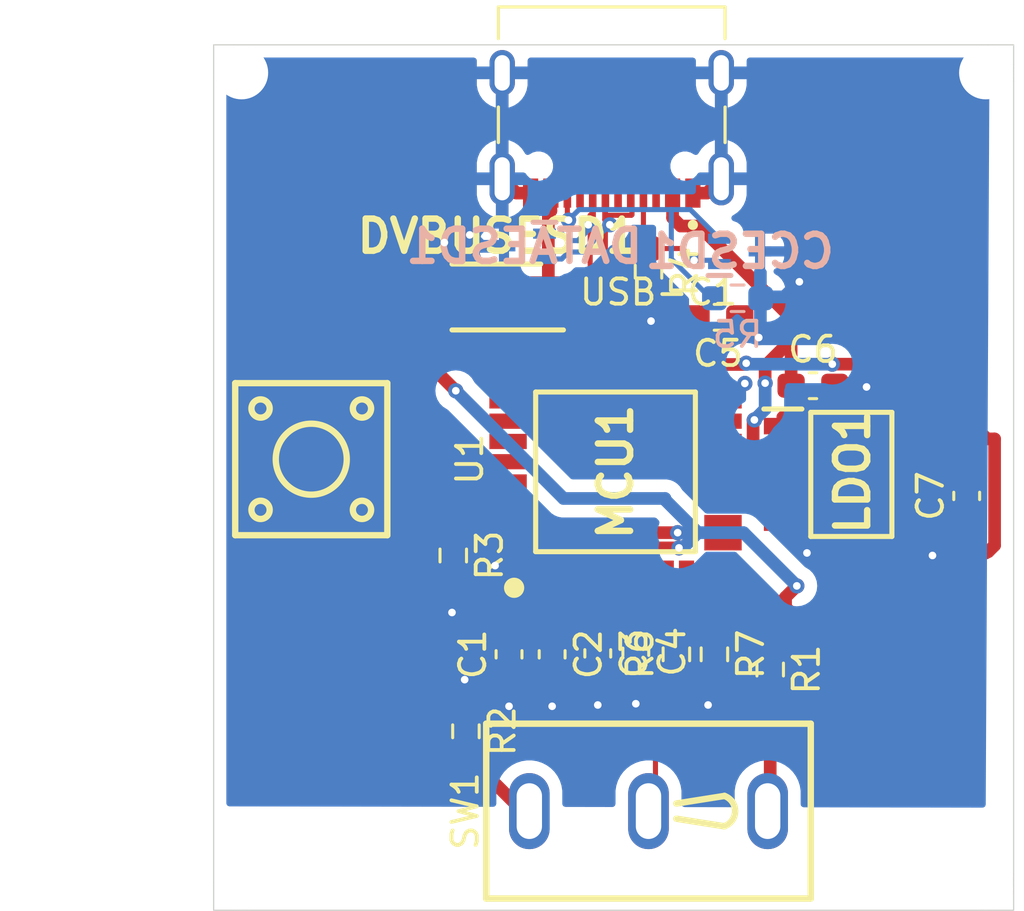
<source format=kicad_pcb>
(kicad_pcb (version 20241229) (generator "pcbnew") (generator_version "9.0")
  (layers (0 "F.Cu" signal) (2 "B.Cu" signal) (13 "F.Paste" user) (15 "B.Paste" user) (5 "F.SilkS" user "F.Silkscreen") (7 "B.SilkS" user "B.Silkscreen") (1 "F.Mask" user) (3 "B.Mask" user) (25 "Edge.Cuts" user))
  (net 0 "")
  (net 1 "+3.3V")
  (net 2 "GND")
  (net 3 "Net-(MCU1-NRST)")
  (net 4 "/CC2")
  (net 5 "/CC1")
  (net 6 "/D-")
  (net 7 "/D+")
  (net 8 "/VBUS")
  (net 11 "/input_pin")
  (net 34 "Net-(R1-Pad2)")
  (net 35 "Net-(R2-Pad2)")
  (net 38 "Net-(MCU1-PB8-BOOT0)")
  (footprint "REQUIRED:R_0603_1608Metric_Pad0.98x0.95mm_HandSolder" (layer "F.Cu") (at 134.4 82.8 -90)
    (property "Reference" "R3" (at 0 -1.43 270) (layer "F.SilkS"))
    (property "Value" "10kOhm 0.1W")
    (fp_line (start -0.254724 0.5225) (end 0.254724 0.5225) (stroke (width 0.12)) (layer "F.SilkS"))
    (fp_line (start -0.254724 -0.5225) (end 0.254724 -0.5225) (stroke (width 0.12)) (layer "F.SilkS"))
    (pad "1" smd roundrect (at -0.9125 0 270) (size 0.975 0.95) (layers "F.Cu" "F.Mask" "F.Paste") (net 38 "Net-(MCU1-PB8-BOOT0)"))
    (pad "2" smd roundrect (at 0.9125 0 270) (size 0.975 0.95) (layers "F.Cu" "F.Mask" "F.Paste") (net 2 "GND"))
  )
  (footprint "REQUIRED:C_0603_1608Metric_Pad1.08x0.95mm_HandSolder" (layer "F.Cu") (at 136.6 86.7 90)
    (property "Reference" "C1" (at 0 -1.43 90) (layer "F.SilkS"))
    (property "Value" "100nF 10V")
    (fp_line (start -0.146267 -0.51) (end 0.146267 -0.51) (stroke (width 0.12)) (layer "F.SilkS"))
    (fp_line (start -0.146267 0.51) (end 0.146267 0.51) (stroke (width 0.12)) (layer "F.SilkS"))
    (pad "1" smd roundrect (at -0.8625 0 90) (size 1.075 0.95) (layers "F.Cu" "F.Mask" "F.Paste") (net 2 "GND"))
    (pad "2" smd roundrect (at 0.8625 0 90) (size 1.075 0.95) (layers "F.Cu" "F.Mask" "F.Paste") (net 1 "+3.3V"))
  )
  (footprint "REQUIRED:C_0603_1608Metric_Pad1.08x0.95mm_HandSolder" (layer "F.Cu") (at 140.1 86.6625 -90)
    (property "Reference" "C3" (at 0 -1.43 270) (layer "F.SilkS"))
    (property "Value" "100nF 10V")
    (fp_line (start -0.146267 0.51) (end 0.146267 0.51) (stroke (width 0.12)) (layer "F.SilkS"))
    (fp_line (start -0.146267 -0.51) (end 0.146267 -0.51) (stroke (width 0.12)) (layer "F.SilkS"))
    (pad "1" smd roundrect (at -0.8625 0 270) (size 1.075 0.95) (layers "F.Cu" "F.Mask" "F.Paste") (net 1 "+3.3V"))
    (pad "2" smd roundrect (at 0.8625 0 270) (size 1.075 0.95) (layers "F.Cu" "F.Mask" "F.Paste") (net 2 "GND"))
  )
  (footprint "REQUIRED:C_0603_1608Metric_Pad1.08x0.95mm_HandSolder" (layer "F.Cu") (at 138.3 86.7 -90)
    (property "Reference" "C2" (at 0 -1.43 270) (layer "F.SilkS"))
    (property "Value" "100nF 10V")
    (fp_line (start -0.146267 0.51) (end 0.146267 0.51) (stroke (width 0.12)) (layer "F.SilkS"))
    (fp_line (start -0.146267 -0.51) (end 0.146267 -0.51) (stroke (width 0.12)) (layer "F.SilkS"))
    (pad "1" smd roundrect (at -0.8625 0 270) (size 1.075 0.95) (layers "F.Cu" "F.Mask" "F.Paste") (net 3 "Net-(MCU1-NRST)"))
    (pad "2" smd roundrect (at 0.8625 0 270) (size 1.075 0.95) (layers "F.Cu" "F.Mask" "F.Paste") (net 2 "GND"))
  )
  (footprint "REQUIRED:SODFL4626X140N" (layer "F.Cu") (at 136.1 72.6 180)
    (property "Reference" "DVBUSESD1" (at -0.05 2.4 0) (layer "F.SilkS") (effects (font (size 1.27 1.27) (thickness 0.254))))
    (property "Value" "SMA6L5.0A_TR13" (hide yes))
    (fp_line (start -1.75 1.3) (end 1.75 1.3) (stroke (width 0.2)) (layer "F.SilkS"))
    (fp_line (start -2.645 -1.3) (end 1.75 -1.3) (stroke (width 0.2)) (layer "F.SilkS"))
    (pad "1" smd rect (at -1.9 0 180) (size 1.49 1.63) (layers "F.Cu" "F.Mask" "F.Paste") (net 8 "/VBUS"))
    (pad "2" smd rect (at 1.9 0 180) (size 1.49 1.63) (layers "F.Cu" "F.Mask" "F.Paste") (net 2 "GND"))
  )
  (footprint "REQUIRED:R_0603_1608Metric_Pad0.98x0.95mm_HandSolder" (layer "F.Cu") (at 134.9 89.7375 -90)
    (property "Reference" "R2" (at 0 -1.43 270) (layer "F.SilkS"))
    (property "Value" "330Ohm 0.1W")
    (fp_line (start -0.254724 0.5225) (end 0.254724 0.5225) (stroke (width 0.12)) (layer "F.SilkS"))
    (fp_line (start -0.254724 -0.5225) (end 0.254724 -0.5225) (stroke (width 0.12)) (layer "F.SilkS"))
    (pad "1" smd roundrect (at -0.9125 0 270) (size 0.975 0.95) (layers "F.Cu" "F.Mask" "F.Paste") (net 2 "GND"))
    (pad "2" smd roundrect (at 0.9125 0 270) (size 0.975 0.95) (layers "F.Cu" "F.Mask" "F.Paste") (net 35 "Net-(R2-Pad2)"))
  )
  (footprint "REQUIRED:R_0603_1608Metric_Pad0.98x0.95mm_HandSolder" (layer "F.Cu") (at 144.7 86.7 -90)
    (property "Reference" "R7" (at 0 -1.43 270) (layer "F.SilkS"))
    (property "Value" "10kOhm")
    (fp_line (start -0.254724 0.5225) (end 0.254724 0.5225) (stroke (width 0.12)) (layer "F.SilkS"))
    (fp_line (start -0.254724 -0.5225) (end 0.254724 -0.5225) (stroke (width 0.12)) (layer "F.SilkS"))
    (pad "1" smd roundrect (at -0.9125 0 270) (size 0.975 0.95) (layers "F.Cu" "F.Mask" "F.Paste") (net 11 "/input_pin"))
    (pad "2" smd roundrect (at 0.9125 0 270) (size 0.975 0.95) (layers "F.Cu" "F.Mask" "F.Paste") (net 2 "GND"))
  )
  (footprint "REQUIRED:" (layer "F.Cu") (at 126.05 63.75)
    (property "Reference" "" (at 0 0 0) (layer "F.SilkS") (effects (font (size 1.27 1.27))))
    (property "Value" "")
    (pad "" np_thru_hole circle (at 0 0) (size 2.1 2.1) (drill 2.1) (layers "*.Cu" "*.Mask"))
  )
  (footprint "REQUIRED:C_0603_1608Metric_Pad1.08x0.95mm_HandSolder" (layer "F.Cu") (at 144.8375 73.4 180)
    (property "Reference" "C5" (at 0 -1.43 180) (layer "F.SilkS"))
    (property "Value" "100nF 10V")
    (fp_line (start -0.146267 0.51) (end 0.146267 0.51) (stroke (width 0.12)) (layer "F.SilkS"))
    (fp_line (start -0.146267 -0.51) (end 0.146267 -0.51) (stroke (width 0.12)) (layer "F.SilkS"))
    (pad "1" smd roundrect (at -0.8625 0 180) (size 1.075 0.95) (layers "F.Cu" "F.Mask" "F.Paste") (net 2 "GND"))
    (pad "2" smd roundrect (at 0.8625 0 180) (size 1.075 0.95) (layers "F.Cu" "F.Mask" "F.Paste") (net 1 "+3.3V"))
  )
  (footprint "REQUIRED:R_0603_1608Metric_Pad0.98x0.95mm_HandSolder" (layer "F.Cu") (at 143.2 86.7 90)
    (property "Reference" "R6" (at 0 -1.43 90) (layer "F.SilkS"))
    (property "Value" "10kOhm")
    (fp_line (start -0.254724 -0.5225) (end 0.254724 -0.5225) (stroke (width 0.12)) (layer "F.SilkS"))
    (fp_line (start -0.254724 0.5225) (end 0.254724 0.5225) (stroke (width 0.12)) (layer "F.SilkS"))
    (pad "1" smd roundrect (at -0.9125 0 90) (size 0.975 0.95) (layers "F.Cu" "F.Mask" "F.Paste") (net 1 "+3.3V"))
    (pad "2" smd roundrect (at 0.9125 0 90) (size 0.975 0.95) (layers "F.Cu" "F.Mask" "F.Paste") (net 11 "/input_pin"))
  )
  (footprint "REQUIRED:SOIC127P600X175-8N" (layer "F.Cu") (at 150.1 79.6)
    (property "Reference" "LDO1" (at 0.05 -0.1 90) (layer "F.SilkS") (effects (font (size 1.27 1.27) (thickness 0.254))))
    (property "Value" "MCP1726-3302E_SN" (hide yes))
    (fp_line (start -3.45 -2.58) (end -1.95 -2.58) (stroke (width 0.2)) (layer "F.SilkS"))
    (fp_line (start -1.6 -2.45) (end 1.6 -2.45) (stroke (width 0.2)) (layer "F.SilkS"))
    (fp_line (start -1.6 2.45) (end -1.6 -2.45) (stroke (width 0.2)) (layer "F.SilkS"))
    (fp_line (start 1.6 -2.45) (end 1.6 2.45) (stroke (width 0.2)) (layer "F.SilkS"))
    (fp_line (start 1.6 2.45) (end -1.6 2.45) (stroke (width 0.2)) (layer "F.SilkS"))
    (pad "1" smd rect (at -2.7 -1.905 90) (size 0.65 1.5) (layers "F.Cu" "F.Mask" "F.Paste") (net 8 "/VBUS"))
    (pad "2" smd rect (at -2.7 -0.635 90) (size 0.65 1.5) (layers "F.Cu" "F.Mask" "F.Paste") (net 8 "/VBUS"))
    (pad "3" smd rect (at -2.7 0.635 90) (size 0.65 1.5) (layers "F.Cu" "F.Mask" "F.Paste") (net 8 "/VBUS"))
    (pad "4" smd rect (at -2.7 1.905 90) (size 0.65 1.5) (layers "F.Cu" "F.Mask" "F.Paste") (net 2 "GND"))
    (pad "5" smd rect (at 2.7 1.905 90) (size 0.65 1.5) (layers "F.Cu" "F.Mask" "F.Paste"))
    (pad "6" smd rect (at 2.7 0.635 90) (size 0.65 1.5) (layers "F.Cu" "F.Mask" "F.Paste"))
    (pad "7" smd rect (at 2.7 -0.635 90) (size 0.65 1.5) (layers "F.Cu" "F.Mask" "F.Paste") (net 1 "+3.3V"))
    (pad "8" smd rect (at 2.7 -1.905 90) (size 0.65 1.5) (layers "F.Cu" "F.Mask" "F.Paste") (net 1 "+3.3V"))
  )
  (footprint "REQUIRED:C_0603_1608Metric_Pad1.08x0.95mm_HandSolder" (layer "F.Cu") (at 141.6 86.6 -90)
    (property "Reference" "C4" (at 0 -1.43 270) (layer "F.SilkS"))
    (property "Value" "1uF 10V")
    (fp_line (start -0.146267 0.51) (end 0.146267 0.51) (stroke (width 0.12)) (layer "F.SilkS"))
    (fp_line (start -0.146267 -0.51) (end 0.146267 -0.51) (stroke (width 0.12)) (layer "F.SilkS"))
    (pad "1" smd roundrect (at -0.8625 0 270) (size 1.075 0.95) (layers "F.Cu" "F.Mask" "F.Paste") (net 1 "+3.3V"))
    (pad "2" smd roundrect (at 0.8625 0 270) (size 1.075 0.95) (layers "F.Cu" "F.Mask" "F.Paste") (net 2 "GND"))
  )
  (footprint "REQUIRED:" (layer "F.Cu") (at 155.4 63.75)
    (property "Reference" "" (at 0 0 0) (layer "F.SilkS") (effects (font (size 1.27 1.27))))
    (property "Value" "")
    (pad "" np_thru_hole circle (at 0 0) (size 2.1 2.1) (drill 2.1) (layers "*.Cu" "*.Mask"))
  )
  (footprint "REQUIRED:" (layer "F.Cu") (at 126.05 95.7)
    (property "Reference" "" (at 0 0 0) (layer "F.SilkS") (effects (font (size 1.27 1.27))))
    (property "Value" "")
    (pad "" np_thru_hole circle (at 0 0) (size 2.1 2.1) (drill 2.1) (layers "*.Cu" "*.Mask"))
  )
  (footprint "REQUIRED:QFP80P900X900X160-32N" (layer "F.Cu") (at 140.8 79.5 90)
    (property "Reference" "MCU1" (at 0 0 90) (layer "F.SilkS") (effects (font (size 1.27 1.27) (thickness 0.254))))
    (property "Value" "STM32F042K6T6" (hide yes))
    (fp_line (start 3.15 -3.15) (end 3.15 3.15) (stroke (width 0.2)) (layer "F.SilkS"))
    (fp_line (start -3.15 -3.15) (end 3.15 -3.15) (stroke (width 0.2)) (layer "F.SilkS"))
    (fp_line (start 3.15 3.15) (end -3.15 3.15) (stroke (width 0.2)) (layer "F.SilkS"))
    (fp_line (start -3.15 3.15) (end -3.15 -3.15) (stroke (width 0.2)) (layer "F.SilkS"))
    (fp_circle (center -4.575 -4) (end -4.575 -3.8) (stroke (width 0.4)) (fill no) (layer "F.SilkS"))
    (pad "1" smd rect (at -4.238 -2.8 180) (size 0.6 1.475) (layers "F.Cu" "F.Mask" "F.Paste") (net 1 "+3.3V"))
    (pad "2" smd rect (at -4.238 -2 180) (size 0.6 1.475) (layers "F.Cu" "F.Mask" "F.Paste"))
    (pad "3" smd rect (at -4.238 -1.2 180) (size 0.6 1.475) (layers "F.Cu" "F.Mask" "F.Paste"))
    (pad "4" smd rect (at -4.238 -0.4 180) (size 0.6 1.475) (layers "F.Cu" "F.Mask" "F.Paste") (net 3 "Net-(MCU1-NRST)"))
    (pad "5" smd rect (at -4.238 0.4 180) (size 0.6 1.475) (layers "F.Cu" "F.Mask" "F.Paste") (net 1 "+3.3V"))
    (pad "6" smd rect (at -4.238 1.2 180) (size 0.6 1.475) (layers "F.Cu" "F.Mask" "F.Paste") (net 11 "/input_pin"))
    (pad "7" smd rect (at -4.238 2 180) (size 0.6 1.475) (layers "F.Cu" "F.Mask" "F.Paste"))
    (pad "8" smd rect (at -4.238 2.8 180) (size 0.6 1.475) (layers "F.Cu" "F.Mask" "F.Paste"))
    (pad "9" smd rect (at -2.8 4.238 90) (size 0.6 1.475) (layers "F.Cu" "F.Mask" "F.Paste"))
    (pad "10" smd rect (at -2 4.238 90) (size 0.6 1.475) (layers "F.Cu" "F.Mask" "F.Paste"))
    (pad "11" smd rect (at -1.2 4.238 90) (size 0.6 1.475) (layers "F.Cu" "F.Mask" "F.Paste"))
    (pad "12" smd rect (at -0.4 4.238 90) (size 0.6 1.475) (layers "F.Cu" "F.Mask" "F.Paste"))
    (pad "13" smd rect (at 0.4 4.238 90) (size 0.6 1.475) (layers "F.Cu" "F.Mask" "F.Paste"))
    (pad "14" smd rect (at 1.2 4.238 90) (size 0.6 1.475) (layers "F.Cu" "F.Mask" "F.Paste"))
    (pad "15" smd rect (at 2 4.238 90) (size 0.6 1.475) (layers "F.Cu" "F.Mask" "F.Paste"))
    (pad "16" smd rect (at 2.8 4.238 90) (size 0.6 1.475) (layers "F.Cu" "F.Mask" "F.Paste") (net 2 "GND"))
    (pad "17" smd rect (at 4.238 2.8 180) (size 0.6 1.475) (layers "F.Cu" "F.Mask" "F.Paste") (net 1 "+3.3V"))
    (pad "18" smd rect (at 4.238 2 180) (size 0.6 1.475) (layers "F.Cu" "F.Mask" "F.Paste"))
    (pad "19" smd rect (at 4.238 1.2 180) (size 0.6 1.475) (layers "F.Cu" "F.Mask" "F.Paste"))
    (pad "20" smd rect (at 4.238 0.4 180) (size 0.6 1.475) (layers "F.Cu" "F.Mask" "F.Paste"))
    (pad "21" smd rect (at 4.238 -0.4 180) (size 0.6 1.475) (layers "F.Cu" "F.Mask" "F.Paste") (net 6 "/D-"))
    (pad "22" smd rect (at 4.238 -1.2 180) (size 0.6 1.475) (layers "F.Cu" "F.Mask" "F.Paste") (net 7 "/D+"))
    (pad "23" smd rect (at 4.238 -2 180) (size 0.6 1.475) (layers "F.Cu" "F.Mask" "F.Paste"))
    (pad "24" smd rect (at 4.238 -2.8 180) (size 0.6 1.475) (layers "F.Cu" "F.Mask" "F.Paste"))
    (pad "25" smd rect (at 2.8 -4.238 90) (size 0.6 1.475) (layers "F.Cu" "F.Mask" "F.Paste"))
    (pad "26" smd rect (at 2 -4.238 90) (size 0.6 1.475) (layers "F.Cu" "F.Mask" "F.Paste"))
    (pad "27" smd rect (at 1.2 -4.238 90) (size 0.6 1.475) (layers "F.Cu" "F.Mask" "F.Paste"))
    (pad "28" smd rect (at 0.4 -4.238 90) (size 0.6 1.475) (layers "F.Cu" "F.Mask" "F.Paste"))
    (pad "29" smd rect (at -0.4 -4.238 90) (size 0.6 1.475) (layers "F.Cu" "F.Mask" "F.Paste"))
    (pad "30" smd rect (at -1.2 -4.238 90) (size 0.6 1.475) (layers "F.Cu" "F.Mask" "F.Paste"))
    (pad "31" smd rect (at -2 -4.238 90) (size 0.6 1.475) (layers "F.Cu" "F.Mask" "F.Paste") (net 38 "Net-(MCU1-PB8-BOOT0)"))
    (pad "32" smd rect (at -2.8 -4.238 90) (size 0.6 1.475) (layers "F.Cu" "F.Mask" "F.Paste") (net 2 "GND"))
  )
  (footprint "REQUIRED:SHOUHAN_TYPE-C_16PIN_2MD__073_" (layer "F.Cu") (at 140.65 64.83 180)
    (property "Reference" "USB-C1" (at -1.85 -7.58 180) (layer "F.SilkS"))
    (property "Value" "TYPE-C_16PIN_2MD__073_")
    (fp_line (start 4.47 3.675) (end 4.47 2.425) (stroke (width 0.127)) (layer "F.SilkS"))
    (fp_line (start 4.47 -1.675) (end 4.47 -0.275) (stroke (width 0.127)) (layer "F.SilkS"))
    (fp_line (start -4.47 3.675) (end 4.47 3.675) (stroke (width 0.127)) (layer "F.SilkS"))
    (fp_line (start -4.47 3.675) (end -4.47 2.425) (stroke (width 0.127)) (layer "F.SilkS"))
    (fp_line (start -4.47 -1.675) (end -4.47 -0.275) (stroke (width 0.127)) (layer "F.SilkS"))
    (fp_circle (center -3.2 -4.925) (end -3.1 -4.925) (stroke (width 0.2)) (fill no) (layer "F.SilkS"))
    (pad "" np_thru_hole circle (at -2.89 -2.605 180) (size 0.65 0.65) (drill 0.65) (layers "*.Cu" "*.Mask"))
    (pad "" np_thru_hole circle (at 2.89 -2.605 180) (size 0.65 0.65) (drill 0.65) (layers "*.Cu" "*.Mask"))
    (pad "A1_B12" smd rect (at -3.2 -3.67 180) (size 0.6 1.15) (layers "F.Cu" "F.Paste") (net 2 "GND"))
    (pad "A4_B9" smd rect (at -2.4 -3.67 180) (size 0.6 1.15) (layers "F.Cu" "F.Paste") (net 8 "/VBUS"))
    (pad "A5" smd rect (at -1.25 -3.67 180) (size 0.3 1.15) (layers "F.Cu" "F.Paste") (net 5 "/CC1"))
    (pad "A6" smd rect (at -0.25 -3.67 180) (size 0.3 1.15) (layers "F.Cu" "F.Paste") (net 7 "/D+"))
    (pad "A7" smd rect (at 0.25 -3.67 180) (size 0.3 1.15) (layers "F.Cu" "F.Paste") (net 6 "/D-"))
    (pad "A8" smd rect (at 1.25 -3.67 180) (size 0.3 1.15) (layers "F.Cu" "F.Paste"))
    (pad "B1_A12" smd rect (at 3.2 -3.67 180) (size 0.6 1.15) (layers "F.Cu" "F.Paste") (net 2 "GND"))
    (pad "B4_A9" smd rect (at 2.4 -3.67 180) (size 0.6 1.15) (layers "F.Cu" "F.Paste") (net 8 "/VBUS"))
    (pad "B5" smd rect (at 1.75 -3.67 180) (size 0.3 1.15) (layers "F.Cu" "F.Paste") (net 4 "/CC2"))
    (pad "B6" smd rect (at 0.75 -3.67 180) (size 0.3 1.15) (layers "F.Cu" "F.Paste") (net 7 "/D+"))
    (pad "B7" smd rect (at -0.75 -3.67 180) (size 0.3 1.15) (layers "F.Cu" "F.Paste") (net 6 "/D-"))
    (pad "B8" smd rect (at -1.75 -3.67 180) (size 0.3 1.15) (layers "F.Cu" "F.Paste"))
    (pad "SH1" thru_hole oval (at -4.32 1.075 180) (size 1 1.8) (drill oval 0.6 1.4) (layers "*.Cu" "*.Mask") (net 2 "GND"))
    (pad "SH2" thru_hole oval (at 4.32 1.075 180) (size 1 1.8) (drill oval 0.6 1.4) (layers "*.Cu" "*.Mask") (net 2 "GND"))
    (pad "SH3" thru_hole oval (at -4.32 -3.105 180) (size 1 2.1) (drill oval 0.6 1.7) (layers "*.Cu" "*.Mask") (net 2 "GND"))
    (pad "SH4" thru_hole oval (at 4.32 -3.105 180) (size 1 2.1) (drill oval 0.6 1.7) (layers "*.Cu" "*.Mask") (net 2 "GND"))
  )
  (footprint "REQUIRED:R_0603_1608Metric_Pad0.98x0.95mm_HandSolder" (layer "F.Cu") (at 142.1 71.6 -90)
    (property "Reference" "R4" (at 0 -1.43 270) (layer "F.SilkS"))
    (property "Value" "5.1kOhm 0.1W")
    (fp_line (start -0.254724 0.5225) (end 0.254724 0.5225) (stroke (width 0.12)) (layer "F.SilkS"))
    (fp_line (start -0.254724 -0.5225) (end 0.254724 -0.5225) (stroke (width 0.12)) (layer "F.SilkS"))
    (pad "1" smd roundrect (at -0.9125 0 270) (size 0.975 0.95) (layers "F.Cu" "F.Mask" "F.Paste") (net 5 "/CC1"))
    (pad "2" smd roundrect (at 0.9125 0 270) (size 0.975 0.95) (layers "F.Cu" "F.Mask" "F.Paste") (net 2 "GND"))
  )
  (footprint "REQUIRED:SW-SMD_4P-L6.2-W6.0-P4.50-LS9.0" (layer "F.Cu") (at 128.8 79 -90)
    (property "Reference" "U1" (at 0 -6.25 90) (layer "F.SilkS"))
    (property "Value" "TS6643TP 250GF 009")
    (fp_line (start -3 3) (end -3 -3) (stroke (width 0.25)) (layer "F.SilkS"))
    (fp_line (start 3 3) (end -3 3) (stroke (width 0.25)) (layer "F.SilkS"))
    (fp_line (start -3 -3) (end 3 -3) (stroke (width 0.25)) (layer "F.SilkS"))
    (fp_line (start 3 -3) (end 3 3) (stroke (width 0.25)) (layer "F.SilkS"))
    (fp_circle (center -2 2) (end -1.64 2) (stroke (width 0.25)) (fill no) (layer "F.SilkS"))
    (fp_circle (center 2 2) (end 2.36 2) (stroke (width 0.25)) (fill no) (layer "F.SilkS"))
    (fp_circle (center 0 0) (end 1.4 0) (stroke (width 0.25)) (fill no) (layer "F.SilkS"))
    (fp_circle (center -2 -2) (end -1.64 -2) (stroke (width 0.25)) (fill no) (layer "F.SilkS"))
    (fp_circle (center 2 -2) (end 2.36 -2) (stroke (width 0.25)) (fill no) (layer "F.SilkS"))
    (pad "1" smd rect (at -4.25 -2.25 270) (size 1.5 1) (layers "F.Cu" "F.Mask" "F.Paste") (net 1 "+3.3V"))
    (pad "2" smd rect (at 4.25 -2.25 270) (size 1.5 1) (layers "F.Cu" "F.Mask" "F.Paste") (net 1 "+3.3V"))
    (pad "3" smd rect (at -4.25 2.25 270) (size 1.5 1) (layers "F.Cu" "F.Mask" "F.Paste") (net 38 "Net-(MCU1-PB8-BOOT0)"))
    (pad "4" smd rect (at 4.25 2.25 270) (size 1.5 1) (layers "F.Cu" "F.Mask" "F.Paste") (net 38 "Net-(MCU1-PB8-BOOT0)"))
  )
  (footprint "REQUIRED:C_0603_1608Metric_Pad1.08x0.95mm_HandSolder" (layer "F.Cu") (at 154.65 80.45 90)
    (property "Reference" "C7" (at 0 -1.43 90) (layer "F.SilkS"))
    (property "Value" "1uF 10V")
    (fp_line (start -0.146267 -0.51) (end 0.146267 -0.51) (stroke (width 0.12)) (layer "F.SilkS"))
    (fp_line (start -0.146267 0.51) (end 0.146267 0.51) (stroke (width 0.12)) (layer "F.SilkS"))
    (pad "1" smd roundrect (at -0.8625 0 90) (size 1.075 0.95) (layers "F.Cu" "F.Mask" "F.Paste") (net 2 "GND"))
    (pad "2" smd roundrect (at 0.8625 0 90) (size 1.075 0.95) (layers "F.Cu" "F.Mask" "F.Paste") (net 1 "+3.3V"))
  )
  (footprint "REQUIRED:" (layer "F.Cu") (at 155.4 95.7)
    (property "Reference" "" (at 0 0 0) (layer "F.SilkS") (effects (font (size 1.27 1.27))))
    (property "Value" "")
    (pad "" np_thru_hole circle (at 0 0) (size 2.1 2.1) (drill 2.1) (layers "*.Cu" "*.Mask"))
  )
  (footprint "REQUIRED:R_0603_1608Metric_Pad0.98x0.95mm_HandSolder" (layer "F.Cu") (at 146.9 87.3 -90)
    (property "Reference" "R1" (at 0 -1.43 270) (layer "F.SilkS"))
    (property "Value" "330Ohm 0.1W")
    (fp_line (start -0.254724 0.5225) (end 0.254724 0.5225) (stroke (width 0.12)) (layer "F.SilkS"))
    (fp_line (start -0.254724 -0.5225) (end 0.254724 -0.5225) (stroke (width 0.12)) (layer "F.SilkS"))
    (pad "1" smd roundrect (at -0.9125 0 270) (size 0.975 0.95) (layers "F.Cu" "F.Mask" "F.Paste") (net 1 "+3.3V"))
    (pad "2" smd roundrect (at 0.9125 0 270) (size 0.975 0.95) (layers "F.Cu" "F.Mask" "F.Paste") (net 34 "Net-(R1-Pad2)"))
  )
  (footprint "REQUIRED:C_0603_1608Metric_Pad1.08x0.95mm_HandSolder" (layer "F.Cu") (at 148.5875 76.1)
    (property "Reference" "C6" (at 0 -1.43 0) (layer "F.SilkS"))
    (property "Value" "4.7uF 16V")
    (fp_line (start -0.146267 -0.51) (end 0.146267 -0.51) (stroke (width 0.12)) (layer "F.SilkS"))
    (fp_line (start -0.146267 0.51) (end 0.146267 0.51) (stroke (width 0.12)) (layer "F.SilkS"))
    (pad "1" smd roundrect (at -0.8625 0) (size 1.075 0.95) (layers "F.Cu" "F.Mask" "F.Paste") (net 8 "/VBUS"))
    (pad "2" smd roundrect (at 0.8625 0) (size 1.075 0.95) (layers "F.Cu" "F.Mask" "F.Paste") (net 2 "GND"))
  )
  (footprint "REQUIRED:SW-TH_1MS1T1B1M1QES-5" (layer "F.Cu") (at 142.1 92.8875 90)
    (property "Reference" "SW1" (at 0 -7.227 90) (layer "F.SilkS"))
    (property "Value" "~" (hide yes))
    (fp_line (start 3.45 -6.4) (end 3.45 6.4) (stroke (width 0.254)) (layer "F.SilkS"))
    (fp_line (start -3.45 -6.4) (end 3.45 -6.4) (stroke (width 0.254)) (layer "F.SilkS"))
    (fp_line (start -3.45 -6.4) (end -3.45 6.4) (stroke (width 0.254)) (layer "F.SilkS"))
    (fp_line (start 0.3 1.1) (end 0.6 3) (stroke (width 0.254)) (layer "F.SilkS"))
    (fp_line (start -0.3 1.1) (end -0.6 3) (stroke (width 0.254)) (layer "F.SilkS"))
    (fp_line (start -3.45 6.4) (end 3.45 6.4) (stroke (width 0.254)) (layer "F.SilkS"))
    (fp_arc (start 0.598 2.9965) (mid -0.004799 3.416381) (end -0.598 2.9835) (stroke (width 0.254)) (layer "F.SilkS"))
    (pad "1" thru_hole oval (at 0 4.7 180) (size 1.6 3) (drill oval 1 2.2) (layers "*.Cu" "*.Mask") (net 34 "Net-(R1-Pad2)"))
    (pad "2" thru_hole oval (at 0 0 180) (size 1.6 3) (drill oval 1 2.2) (layers "*.Cu" "*.Mask") (net 11 "/input_pin"))
    (pad "3" thru_hole oval (at 0 -4.7 180) (size 1.6 3) (drill oval 1 2.2) (layers "*.Cu" "*.Mask") (net 35 "Net-(R2-Pad2)"))
  )
  (footprint "REQUIRED:SOT50P160X90-3N" (layer "B.Cu") (at 137.2 70.6 180)
    (property "Reference" "DATAESD1" (at 0 0 0) (layer "B.SilkS") (effects (font (size 1.27 1.27) (thickness 0.254)) (justify mirror)))
    (property "Value" "RCLAMP0502BATCT" (hide yes))
    (fp_line (start -0.35 0.95) (end -1.25 0.95) (stroke (width 0.2)) (layer "B.SilkS"))
    (pad "1" smd rect (at -0.8 0.5 90) (size 0.4 0.9) (layers "B.Cu" "B.Mask" "B.Paste") (net 7 "/D+"))
    (pad "2" smd rect (at -0.8 -0.5 90) (size 0.4 0.9) (layers "B.Cu" "B.Mask" "B.Paste") (net 6 "/D-"))
    (pad "3" smd rect (at 0.8 0 90) (size 0.4 0.9) (layers "B.Cu" "B.Mask" "B.Paste") (net 2 "GND"))
  )
  (footprint "REQUIRED:SOT50P160X90-3N" (layer "B.Cu") (at 145.7 70.8)
    (property "Reference" "CCESD1" (at 0 0 0) (layer "B.SilkS") (effects (font (size 1.27 1.27) (thickness 0.254)) (justify mirror)))
    (property "Value" "RCLAMP0502BATCT" (hide yes))
    (fp_line (start -0.35 0.95) (end -1.25 0.95) (stroke (width 0.2)) (layer "B.SilkS"))
    (pad "1" smd rect (at -0.8 0.5 270) (size 0.4 0.9) (layers "B.Cu" "B.Mask" "B.Paste") (net 5 "/CC1"))
    (pad "2" smd rect (at -0.8 -0.5 270) (size 0.4 0.9) (layers "B.Cu" "B.Mask" "B.Paste") (net 4 "/CC2"))
    (pad "3" smd rect (at 0.8 0 270) (size 0.4 0.9) (layers "B.Cu" "B.Mask" "B.Paste") (net 2 "GND"))
  )
  (footprint "REQUIRED:R_0603_1608Metric_Pad0.98x0.95mm_HandSolder" (layer "B.Cu") (at 145.6125 72.65)
    (property "Reference" "R5" (at 0 1.43 180) (layer "B.SilkS") (effects (justify mirror)))
    (property "Value" "5.1kOhm 0.1W")
    (fp_line (start -0.254724 -0.5225) (end 0.254724 -0.5225) (stroke (width 0.12)) (layer "B.SilkS"))
    (fp_line (start -0.254724 0.5225) (end 0.254724 0.5225) (stroke (width 0.12)) (layer "B.SilkS"))
    (pad "1" smd roundrect (at -0.9125 0) (size 0.975 0.95) (layers "B.Cu" "B.Mask" "B.Paste") (net 4 "/CC2"))
    (pad "2" smd roundrect (at 0.9125 0) (size 0.975 0.95) (layers "B.Cu" "B.Mask" "B.Paste") (net 2 "GND"))
  )
  (gr_rect (start 124.95 62.65) (end 156.5 96.8) (stroke (width 0.05)) (fill no) (layer "Edge.Cuts"))
  (segment (start 155.75 78.2) (end 155.45 78.2) (width 0.5) (layer "F.Cu") (net 1))
  (segment (start 151.0125 86.3875) (end 152.975 84.425) (width 0.5) (layer "F.Cu") (net 1))
  (segment (start 155.45 78.2) (end 155.05 77.8) (width 0.5) (layer "F.Cu") (net 1))
  (segment (start 137.344 83.2565) (end 138.7005 81.9) (width 0.5) (layer "F.Cu") (net 1))
  (segment (start 141.2 83.738) (end 141.2 84.7) (width 0.5) (layer "F.Cu") (net 1))
  (segment (start 152.8 78.965) (end 152.975 78.965) (width 0.5) (layer "F.Cu") (net 1))
  (segment (start 155.4 82.7) (end 155.45 82.65) (width 0.5) (layer "F.Cu") (net 1))
  (segment (start 141.2 83.738) (end 141.2 85.3375) (width 0.5) (layer "F.Cu") (net 1))
  (segment (start 143.2 88.75) (end 143.9 89.45) (width 0.5) (layer "F.Cu") (net 1))
  (segment (start 137.194 84.544) (end 137.344 84.394) (width 0.5) (layer "F.Cu") (net 1))
  (segment (start 155.45 82.65) (end 155.5 82.65) (width 0.5) (layer "F.Cu") (net 1))
  (segment (start 155.5 82.65) (end 155.75 82.4) (width 0.5) (layer "F.Cu") (net 1))
  (segment (start 149.35 75.25) (end 154.85 75.25) (width 0.5) (layer "F.Cu") (net 1))
  (segment (start 145.85 85.1) (end 146.35 84.6) (width 0.5) (layer "F.Cu") (net 1))
  (segment (start 154.85 75.25) (end 155.05 75.45) (width 0.5) (layer "F.Cu") (net 1))
  (segment (start 155.05 75.45) (end 155.05 77.8) (width 0.5) (layer "F.Cu") (net 1))
  (segment (start 143.9 89.45) (end 145 89.45) (width 0.5) (layer "F.Cu") (net 1))
  (segment (start 145.953215 75.213769) (end 145.904984 75.262) (width 0.5) (layer "F.Cu") (net 1))
  (segment (start 147.2625 84.6) (end 147.50625 84.84375) (width 0.5) (layer "F.Cu") (net 1))
  (segment (start 141.2 83.738) (end 141.2 82.6005) (width 0.5) (layer "F.Cu") (net 1))
  (segment (start 137.344 84.394) (end 137.344 83.2565) (width 0.5) (layer "F.Cu") (net 1))
  (segment (start 137.194 84.544) (end 138 83.738) (width 0.5) (layer "F.Cu") (net 1))
  (segment (start 152.975 84.425) (end 154.7 82.7) (width 0.5) (layer "F.Cu") (net 1))
  (segment (start 136.6 85.8375) (end 136.6 85.138) (width 0.5) (layer "F.Cu") (net 1))
  (segment (start 155.05 78.25) (end 154.65 78.65) (width 0.5) (layer "F.Cu") (net 1))
  (segment (start 146.35 84.6) (end 147.2625 84.6) (width 0.5) (layer "F.Cu") (net 1))
  (segment (start 141.2 85.3375) (end 141.6 85.7375) (width 0.5) (layer "F.Cu") (net 1))
  (segment (start 141.2 82.6005) (end 141.300002 82.500498) (width 0.5) (layer "F.Cu") (net 1))
  (segment (start 141.2 84.7) (end 140.1 85.8) (width 0.5) (layer "F.Cu") (net 1))
  (segment (start 154.7 82.7) (end 155.4 82.7) (width 0.5) (layer "F.Cu") (net 1))
  (segment (start 147.50625 84.84375) (end 149.05 86.3875) (width 0.5) (layer "F.Cu") (net 1))
  (segment (start 131.9 83.25) (end 131.05 83.25) (width 0.5) (layer "F.Cu") (net 1))
  (segment (start 154.245 77.695) (end 154.65 78.1) (width 0.5) (layer "F.Cu") (net 1))
  (segment (start 136.6 85.138) (end 137.194 84.544) (width 0.5) (layer "F.Cu") (net 1))
  (segment (start 132.5 82.65) (end 131.9 83.25) (width 0.5) (layer "F.Cu") (net 1))
  (segment (start 154.245 77.695) (end 152.8 77.695) (width 0.5) (layer "F.Cu") (net 1))
  (segment (start 149.05 86.3875) (end 151.0125 86.3875) (width 0.5) (layer "F.Cu") (net 1))
  (segment (start 143.2 87.6125) (end 143.2 88.75) (width 0.5) (layer "F.Cu") (net 1))
  (segment (start 138.7005 81.9) (end 143.25 81.9) (width 0.5) (layer "F.Cu") (net 1))
  (segment (start 145.904984 75.262) (end 143.6 75.262) (width 0.5) (layer "F.Cu") (net 1))
  (segment (start 143.6 75.262) (end 143.6 73.775) (width 0.5) (layer "F.Cu") (net 1))
  (segment (start 145.85 88.6) (end 145.85 85.1) (width 0.5) (layer "F.Cu") (net 1))
  (segment (start 155.05 77.8) (end 155.05 78.25) (width 0.5) (layer "F.Cu") (net 1))
  (segment (start 143.6 73.775) (end 143.975 73.4) (width 0.5) (layer "F.Cu") (net 1))
  (segment (start 152.975 78.965) (end 154.245 77.695) (width 0.5) (layer "F.Cu") (net 1))
  (segment (start 132.5 74.7) (end 132.5 82.65) (width 0.5) (layer "F.Cu") (net 1))
  (segment (start 132.5 74.7) (end 132.9 74.7) (width 0.5) (layer "F.Cu") (net 1))
  (segment (start 154.65 78.1) (end 154.65 78.65) (width 0.5) (layer "F.Cu") (net 1))
  (segment (start 147.95 84) (end 147.50625 84.44375) (width 0.5) (layer "F.Cu") (net 1))
  (segment (start 155.75 82.4) (end 155.75 78.2) (width 0.5) (layer "F.Cu") (net 1))
  (segment (start 154.65 78.65) (end 154.65 79.5875) (width 0.5) (layer "F.Cu") (net 1))
  (segment (start 145 89.45) (end 145.85 88.6) (width 0.5) (layer "F.Cu") (net 1))
  (segment (start 131.2 74.7) (end 132.5 74.7) (width 0.5) (layer "F.Cu") (net 1))
  (segment (start 146.9 86.3875) (end 149.05 86.3875) (width 0.5) (layer "F.Cu") (net 1))
  (segment (start 132.9 74.7) (end 134.5 76.3) (width 0.5) (layer "F.Cu") (net 1))
  (segment (start 147.50625 84.44375) (end 147.50625 84.84375) (width 0.5) (layer "F.Cu") (net 1))
  (segment (start 141.300002 82.500498) (end 143.302882 82.500498) (width 0.5) (layer "F.Cu") (net 1))
  (via (at 145.953215 75.213769) (size 0.6) (drill 0.3) (layers "F.Cu" "B.Cu") (net 1))
  (via (at 143.302882 82.500498) (size 0.6) (drill 0.3) (layers "F.Cu" "B.Cu") (net 1))
  (via (at 134.5 76.3) (size 0.6) (drill 0.3) (layers "F.Cu" "B.Cu") (net 1))
  (via (at 149.35 75.25) (size 0.6) (drill 0.3) (layers "F.Cu" "B.Cu") (net 1))
  (via (at 143.25 81.9) (size 0.6) (drill 0.3) (layers "F.Cu" "B.Cu") (net 1))
  (via (at 147.95 84) (size 0.6) (drill 0.3) (layers "F.Cu" "B.Cu") (net 1))
  (segment (start 134.5 76.3) (end 138.75 80.55) (width 0.5) (layer "B.Cu") (net 1))
  (segment (start 142.75 80.6) (end 144.05 81.9) (width 0.5) (layer "B.Cu") (net 1))
  (segment (start 138.75 80.55) (end 142.75 80.55) (width 0.5) (layer "B.Cu") (net 1))
  (segment (start 145.989446 75.25) (end 149.35 75.25) (width 0.5) (layer "B.Cu") (net 1))
  (segment (start 143.302882 82.500498) (end 143.449502 82.500498) (width 0.5) (layer "B.Cu") (net 1))
  (segment (start 143.449502 82.500498) (end 144.05 81.9) (width 0.5) (layer "B.Cu") (net 1))
  (segment (start 143.25 81.9) (end 144.05 81.9) (width 0.5) (layer "B.Cu") (net 1))
  (segment (start 144.05 81.9) (end 145.85 81.9) (width 0.5) (layer "B.Cu") (net 1))
  (segment (start 145.85 81.9) (end 147.95 84) (width 0.5) (layer "B.Cu") (net 1))
  (segment (start 142.75 80.55) (end 142.75 80.6) (width 0.5) (layer "B.Cu") (net 1))
  (segment (start 145.953215 75.213769) (end 145.989446 75.25) (width 0.5) (layer "B.Cu") (net 1))
  (segment (start 144.405 68.5) (end 144.97 67.935) (width 0.5) (layer "F.Cu") (net 2))
  (segment (start 150.65 76.1) (end 150.7 76.15) (width 0.5) (layer "F.Cu") (net 2))
  (segment (start 134.4 85) (end 134.35 85.05) (width 0.5) (layer "F.Cu") (net 2))
  (segment (start 140.1 87.525) (end 140.1 88.7) (width 0.5) (layer "F.Cu") (net 2))
  (segment (start 145.9 76.012) (end 145.212 76.7) (width 0.5) (layer "F.Cu") (net 2))
  (segment (start 134.9 88.825) (end 134.9 87.75) (width 0.5) (layer "F.Cu") (net 2))
  (segment (start 154.65 81.45) (end 153.3 82.8) (width 0.5) (layer "F.Cu") (net 2))
  (segment (start 144.7 88.45) (end 144.45 88.7) (width 0.5) (layer "F.Cu") (net 2))
  (segment (start 136.562 82.3) (end 136.562 82.688) (width 0.5) (layer "F.Cu") (net 2))
  (segment (start 134.4 83.7125) (end 134.4 85) (width 0.5) (layer "F.Cu") (net 2))
  (segment (start 136.562 82.688) (end 136.05 83.2) (width 0.5) (layer "F.Cu") (net 2))
  (segment (start 144.7 87.6125) (end 144.7 88.45) (width 0.5) (layer "F.Cu") (net 2))
  (segment (start 134.2 70.6) (end 134.05 70.45) (width 0.5) (layer "F.Cu") (net 2))
  (segment (start 145.212 76.7) (end 145.038 76.7) (width 0.5) (layer "F.Cu") (net 2))
  (segment (start 147.4 81.75) (end 148.35 82.7) (width 0.5) (layer "F.Cu") (net 2))
  (segment (start 142.1 73.45) (end 142.2 73.55) (width 0.5) (layer "F.Cu") (net 2))
  (segment (start 145.7 73.45) (end 146.45 74.2) (width 0.5) (layer "F.Cu") (net 2))
  (segment (start 141.6 87.4625) (end 141.6 88.65) (width 0.5) (layer "F.Cu") (net 2))
  (segment (start 154.65 81.3125) (end 154.65 81.45) (width 0.5) (layer "F.Cu") (net 2))
  (segment (start 149.45 76.1) (end 150.65 76.1) (width 0.5) (layer "F.Cu") (net 2))
  (segment (start 134.9 87.75) (end 134.85 87.7) (width 0.5) (layer "F.Cu") (net 2))
  (segment (start 142.1 72.5125) (end 142.1 73.45) (width 0.5) (layer "F.Cu") (net 2))
  (segment (start 143.85 68.5) (end 144.405 68.5) (width 0.5) (layer "F.Cu") (net 2))
  (segment (start 147.4 81.505) (end 147.4 81.75) (width 0.5) (layer "F.Cu") (net 2))
  (segment (start 134.2 72.6) (end 134.2 70.6) (width 0.5) (layer "F.Cu") (net 2))
  (segment (start 138.3 87.5625) (end 138.3 88.75) (width 0.5) (layer "F.Cu") (net 2))
  (segment (start 145.7 73.4) (end 145.7 73.45) (width 0.5) (layer "F.Cu") (net 2))
  (segment (start 136.6 87.5625) (end 136.6 88.75) (width 0.5) (layer "F.Cu") (net 2))
  (segment (start 136.895 68.5) (end 136.33 67.935) (width 0.5) (layer "F.Cu") (net 2))
  (segment (start 137.45 68.5) (end 136.895 68.5) (width 0.5) (layer "F.Cu") (net 2))
  (via (at 148.05 72) (size 0.6) (drill 0.3) (layers "F.Cu" "B.Cu") (net 2))
  (via (at 136.6 88.75) (size 0.6) (drill 0.3) (layers "F.Cu" "B.Cu") (net 2))
  (via (at 153.3 82.8) (size 0.6) (drill 0.3) (layers "F.Cu" "B.Cu") (net 2))
  (via (at 146.45 74.2) (size 0.6) (drill 0.3) (layers "F.Cu" "B.Cu") (net 2))
  (via (at 140.1 88.7) (size 0.6) (drill 0.3) (layers "F.Cu" "B.Cu") (net 2))
  (via (at 138.3 88.75) (size 0.6) (drill 0.3) (layers "F.Cu" "B.Cu") (net 2))
  (via (at 142.2 73.55) (size 0.6) (drill 0.3) (layers "F.Cu" "B.Cu") (net 2))
  (via (at 141.6 88.65) (size 0.6) (drill 0.3) (layers "F.Cu" "B.Cu") (net 2))
  (via (at 148.35 82.7) (size 0.6) (drill 0.3) (layers "F.Cu" "B.Cu") (net 2))
  (via (at 136.05 83.2) (size 0.6) (drill 0.3) (layers "F.Cu" "B.Cu") (net 2))
  (via (at 144.45 88.7) (size 0.6) (drill 0.3) (layers "F.Cu" "B.Cu") (net 2))
  (via (at 134.05 70.45) (size 0.6) (drill 0.3) (layers "F.Cu" "B.Cu") (net 2))
  (via (at 150.7 76.15) (size 0.6) (drill 0.3) (layers "F.Cu" "B.Cu") (net 2))
  (via (at 134.35 85.05) (size 0.6) (drill 0.3) (layers "F.Cu" "B.Cu") (net 2))
  (via (at 134.85 87.7) (size 0.6) (drill 0.3) (layers "F.Cu" "B.Cu") (net 2))
  (via (at 145.9 76.012) (size 0.6) (drill 0.3) (layers "F.Cu" "B.Cu") (net 2))
  (via (at 135.05 70.15) (size 0.6) (drill 0.3) (layers "F.Cu" "B.Cu") (net 2))
  (segment (start 135.5 70.6) (end 135.05 70.15) (width 0.5) (layer "B.Cu") (net 2))
  (segment (start 136.4 70.6) (end 135.5 70.6) (width 0.5) (layer "B.Cu") (net 2))
  (segment (start 144.97 63.755) (end 144.97 67.935) (width 0.5) (layer "B.Cu") (net 2))
  (segment (start 147.45 72.6) (end 148.05 72) (width 0.5) (layer "B.Cu") (net 2))
  (segment (start 146.5125 72.6) (end 147.45 72.6) (width 0.5) (layer "B.Cu") (net 2))
  (segment (start 136.33 67.935) (end 136.33 63.755) (width 0.5) (layer "B.Cu") (net 2))
  (segment (start 139.175 84.9625) (end 138.3 85.8375) (width 0.2) (layer "F.Cu") (net 3))
  (segment (start 140.113 84.9625) (end 139.175 84.9625) (width 0.2) (layer "F.Cu") (net 3))
  (segment (start 140.4 84.6755) (end 140.113 84.9625) (width 0.2) (layer "F.Cu") (net 3))
  (segment (start 140.4 83.738) (end 140.4 84.6755) (width 0.2) (layer "F.Cu") (net 3))
  (segment (start 138.9 68.5) (end 138.9 69.518354) (width 0.2) (layer "F.Cu") (net 4))
  (segment (start 138.9 69.518354) (end 138.946675 69.565029) (width 0.2) (layer "F.Cu") (net 4))
  (via (at 138.946675 69.565029) (size 0.6) (drill 0.3) (layers "F.Cu" "B.Cu") (net 4))
  (segment (start 143 69.15) (end 143 71.098529) (width 0.2) (layer "B.Cu") (net 4))
  (segment (start 143 69.15) (end 143.75 69.15) (width 0.2) (layer "B.Cu") (net 4))
  (segment (start 143.75 69.15) (end 144.9 70.3) (width 0.2) (layer "B.Cu") (net 4))
  (segment (start 143 71.098529) (end 144.501471 72.6) (width 0.2) (layer "B.Cu") (net 4))
  (segment (start 138.946675 69.565029) (end 139.361704 69.15) (width 0.2) (layer "B.Cu") (net 4))
  (segment (start 144.501471 72.6) (end 144.6875 72.6) (width 0.2) (layer "B.Cu") (net 4))
  (segment (start 139.361704 69.15) (end 143 69.15) (width 0.2) (layer "B.Cu") (net 4))
  (segment (start 141.9 70.4875) (end 142.1 70.6875) (width 0.2) (layer "F.Cu") (net 5))
  (segment (start 141.9 68.5) (end 141.9 70.4875) (width 0.2) (layer "F.Cu") (net 5))
  (segment (start 142.1 70.6875) (end 143.4375 70.6875) (width 0.2) (layer "F.Cu") (net 5))
  (segment (start 143.4375 70.6875) (end 143.9 71.15) (width 0.2) (layer "F.Cu") (net 5))
  (via (at 143.9 71.15) (size 0.6) (drill 0.3) (layers "F.Cu" "B.Cu") (net 5))
  (segment (start 144.75 71.15) (end 144.9 71.3) (width 0.2) (layer "B.Cu") (net 5))
  (segment (start 143.9 71.15) (end 144.75 71.15) (width 0.2) (layer "B.Cu") (net 5))
  (segment (start 140.4 68.5) (end 140.4 75.262) (width 0.2) (layer "F.Cu") (net 6))
  (segment (start 140.4 69.325) (end 140.45 69.375) (width 0.2) (layer "F.Cu") (net 6))
  (segment (start 141.425 69.375) (end 141.45 69.35) (width 0.2) (layer "F.Cu") (net 6))
  (segment (start 140.375001 69.550001) (end 140.575 69.75) (width 0.2) (layer "F.Cu") (net 6))
  (segment (start 140.45 69.375) (end 141.425 69.375) (width 0.2) (layer "F.Cu") (net 6))
  (segment (start 141.45 68.55) (end 141.4 68.5) (width 0.2) (layer "F.Cu") (net 6))
  (segment (start 140.4 68.5) (end 140.375001 68.524999) (width 0.2) (layer "F.Cu") (net 6))
  (segment (start 140.4 68.5) (end 140.4 69.325) (width 0.2) (layer "F.Cu") (net 6))
  (segment (start 141.45 69.35) (end 141.45 68.55) (width 0.2) (layer "F.Cu") (net 6))
  (segment (start 140.375001 68.524999) (end 140.375001 69.550001) (width 0.2) (layer "F.Cu") (net 6))
  (via (at 140.575 69.75) (size 0.6) (drill 0.3) (layers "F.Cu" "B.Cu") (net 6))
  (segment (start 140.575 69.75) (end 139.5 70.825) (width 0.2) (layer "B.Cu") (net 6))
  (segment (start 138.950001 70.825) (end 138.675001 71.1) (width 0.2) (layer "B.Cu") (net 6))
  (segment (start 138.675001 71.1) (end 138 71.1) (width 0.2) (layer "B.Cu") (net 6))
  (segment (start 139.5 70.825) (end 138.950001 70.825) (width 0.2) (layer "B.Cu") (net 6))
  (segment (start 140.9 67.675) (end 140.85 67.625) (width 0.2) (layer "F.Cu") (net 7))
  (segment (start 140.9 68.5) (end 140.9 67.675) (width 0.2) (layer "F.Cu") (net 7))
  (segment (start 139.8 75.062) (end 139.6 75.262) (width 0.2) (layer "F.Cu") (net 7))
  (segment (start 140.85 67.625) (end 139.95 67.625) (width 0.2) (layer "F.Cu") (net 7))
  (segment (start 139.95 67.625) (end 139.9 67.675) (width 0.2) (layer "F.Cu") (net 7))
  (segment (start 139.9 68.5) (end 139.924999 68.524999) (width 0.2) (layer "F.Cu") (net 7))
  (segment (start 139.9 68.5) (end 139.9 69.275) (width 0.2) (layer "F.Cu") (net 7))
  (segment (start 139.9 69.275) (end 139.8 69.375) (width 0.2) (layer "F.Cu") (net 7))
  (segment (start 139.9 67.675) (end 139.9 68.5) (width 0.2) (layer "F.Cu") (net 7))
  (segment (start 139.924999 69.550001) (end 139.725 69.75) (width 0.2) (layer "F.Cu") (net 7))
  (segment (start 139.924999 68.524999) (end 139.924999 69.550001) (width 0.2) (layer "F.Cu") (net 7))
  (segment (start 139.8 69.375) (end 139.8 75.062) (width 0.2) (layer "F.Cu") (net 7))
  (via (at 139.725 69.75) (size 0.6) (drill 0.3) (layers "F.Cu" "B.Cu") (net 7))
  (segment (start 139.725 69.963603) (end 139.313603 70.375) (width 0.2) (layer "B.Cu") (net 7))
  (segment (start 138.950001 70.375) (end 138.675001 70.1) (width 0.2) (layer "B.Cu") (net 7))
  (segment (start 139.725 69.75) (end 139.725 69.963603) (width 0.2) (layer "B.Cu") (net 7))
  (segment (start 138.675001 70.1) (end 138 70.1) (width 0.2) (layer "B.Cu") (net 7))
  (segment (start 139.313603 70.375) (end 138.950001 70.375) (width 0.2) (layer "B.Cu") (net 7))
  (segment (start 143.05 68.5) (end 143.05 69.475) (width 0.5) (layer "F.Cu") (net 8))
  (segment (start 142.4 67.35) (end 141.9 67.35) (width 0.2) (layer "F.Cu") (net 8))
  (segment (start 146.535 80.235) (end 146.2255 79.9255) (width 0.5) (layer "F.Cu") (net 8))
  (segment (start 138.25 69.201043) (end 138.15 69.301043) (width 0.5) (layer "F.Cu") (net 8))
  (segment (start 147.725 76.1) (end 147.725 77.025) (width 0.5) (layer "F.Cu") (net 8))
  (segment (start 138.924594 67.225) (end 138.25 67.899594) (width 0.2) (layer "F.Cu") (net 8))
  (segment (start 143.375 69.8) (end 144.1 69.8) (width 0.5) (layer "F.Cu") (net 8))
  (segment (start 143.05 69.475) (end 143.375 69.8) (width 0.5) (layer "F.Cu") (net 8))
  (segment (start 147.725 77.025) (end 147.4 77.35) (width 0.5) (layer "F.Cu") (net 8))
  (segment (start 144.1 69.8) (end 147.725 73.425) (width 0.5) (layer "F.Cu") (net 8))
  (segment (start 143.05 68) (end 142.4 67.35) (width 0.2) (layer "F.Cu") (net 8))
  (segment (start 147.725 74.3) (end 147.725 76.1) (width 0.5) (layer "F.Cu") (net 8))
  (segment (start 146.7 75.999912) (end 146.7 75.325) (width 0.5) (layer "F.Cu") (net 8))
  (segment (start 141.775 67.225) (end 138.924594 67.225) (width 0.2) (layer "F.Cu") (net 8))
  (segment (start 138.25 67.899594) (end 138.25 68.5) (width 0.2) (layer "F.Cu") (net 8))
  (segment (start 147.4 77.35) (end 147.4 78.965) (width 0.5) (layer "F.Cu") (net 8))
  (segment (start 143.05 68.5) (end 143.05 68) (width 0.2) (layer "F.Cu") (net 8))
  (segment (start 147.725 73.425) (end 147.725 74.3) (width 0.5) (layer "F.Cu") (net 8))
  (segment (start 138.15 72.45) (end 138 72.6) (width 0.5) (layer "F.Cu") (net 8))
  (segment (start 146.2255 79.9255) (end 146.2255 77.45) (width 0.5) (layer "F.Cu") (net 8))
  (segment (start 138.15 69.301043) (end 138.15 72.45) (width 0.5) (layer "F.Cu") (net 8))
  (segment (start 146.699912 76) (end 146.7 75.999912) (width 0.5) (layer "F.Cu") (net 8))
  (segment (start 141.9 67.35) (end 141.775 67.225) (width 0.2) (layer "F.Cu") (net 8))
  (segment (start 138.25 68.5) (end 138.25 69.201043) (width 0.5) (layer "F.Cu") (net 8))
  (segment (start 147.4 77.695) (end 147.4 77.35) (width 0.5) (layer "F.Cu") (net 8))
  (segment (start 146.7 75.325) (end 147.725 74.3) (width 0.5) (layer "F.Cu") (net 8))
  (segment (start 146.2255 77.45) (end 146.275502 77.45) (width 0.5) (layer "F.Cu") (net 8))
  (segment (start 147.4 80.235) (end 146.535 80.235) (width 0.5) (layer "F.Cu") (net 8))
  (via (at 146.699912 76) (size 0.6) (drill 0.3) (layers "F.Cu" "B.Cu") (net 8))
  (via (at 146.275502 77.45) (size 0.6) (drill 0.3) (layers "F.Cu" "B.Cu") (net 8))
  (segment (start 146.699912 76) (end 146.699912 77.02559) (width 0.5) (layer "B.Cu") (net 8))
  (segment (start 146.699912 77.02559) (end 146.275502 77.45) (width 0.5) (layer "B.Cu") (net 8))
  (segment (start 142 84.5875) (end 142 83.738) (width 0.2) (layer "F.Cu") (net 11))
  (segment (start 142 84.5755) (end 142 83.738) (width 0.2) (layer "F.Cu") (net 11))
  (segment (start 144.7 85.7875) (end 143.8 84.8875) (width 0.2) (layer "F.Cu") (net 11))
  (segment (start 142.1 92.8875) (end 142.375 92.6125) (width 0.2) (layer "F.Cu") (net 11))
  (segment (start 143.8 84.8875) (end 143.8 84.85) (width 0.2) (layer "F.Cu") (net 11))
  (segment (start 143.2 85.7875) (end 142 84.5875) (width 0.2) (layer "F.Cu") (net 11))
  (segment (start 143.8 84.85) (end 142.2745 84.85) (width 0.2) (layer "F.Cu") (net 11))
  (segment (start 142.375 92.6125) (end 142.375 84.9505) (width 0.2) (layer "F.Cu") (net 11))
  (segment (start 142.375 84.9505) (end 142 84.5755) (width 0.2) (layer "F.Cu") (net 11))
  (segment (start 142.2745 84.85) (end 142 84.5755) (width 0.2) (layer "F.Cu") (net 11))
  (segment (start 146.9 88.2125) (end 146.9 92.7875) (width 0.5) (layer "F.Cu") (net 34))
  (segment (start 146.9 92.7875) (end 146.8 92.8875) (width 0.5) (layer "F.Cu") (net 34))
  (segment (start 137.1375 92.8875) (end 134.9 90.65) (width 0.5) (layer "F.Cu") (net 35))
  (segment (start 137.4 92.8875) (end 137.1375 92.8875) (width 0.5) (layer "F.Cu") (net 35))
  (segment (start 134.7875 81.5) (end 135.35 81.5) (width 0.2) (layer "F.Cu") (net 38))
  (segment (start 132.35 84.7) (end 133.3 83.75) (width 0.5) (layer "F.Cu") (net 38))
  (segment (start 133.3 83.75) (end 133.3 81.25) (width 0.5) (layer "F.Cu") (net 38))
  (segment (start 134.4 81.8875) (end 134.7875 81.5) (width 0.2) (layer "F.Cu") (net 38))
  (segment (start 135.35 81.5) (end 136.562 81.5) (width 0.2) (layer "F.Cu") (net 38))
  (segment (start 134.9 80.9) (end 135.5 81.5) (width 0.5) (layer "F.Cu") (net 38))
  (segment (start 135.5 81.5) (end 136.562 81.5) (width 0.5) (layer "F.Cu") (net 38))
  (segment (start 128 84.7) (end 132.35 84.7) (width 0.5) (layer "F.Cu") (net 38))
  (segment (start 126.55 83.25) (end 126.55 74.75) (width 0.5) (layer "F.Cu") (net 38))
  (segment (start 126.55 83.25) (end 128 84.7) (width 0.5) (layer "F.Cu") (net 38))
  (segment (start 133.3 81.25) (end 133.65 80.9) (width 0.5) (layer "F.Cu") (net 38))
  (segment (start 133.65 80.9) (end 134.9 80.9) (width 0.5) (layer "F.Cu") (net 38))
  (zone (net 2) (net_name "GND") (layer "B.Cu") (connect_pads (clearance 0.5)) (min_thickness 0.25) (fill yes (thermal_gap 0.5) (thermal_bridge_width 0.5))
    (polygon (pts (xy 125.4 63.15) (xy 155.55 63.1) (xy 155.4 92.75) (xy 124.9 92.7)))
  )
)
</source>
